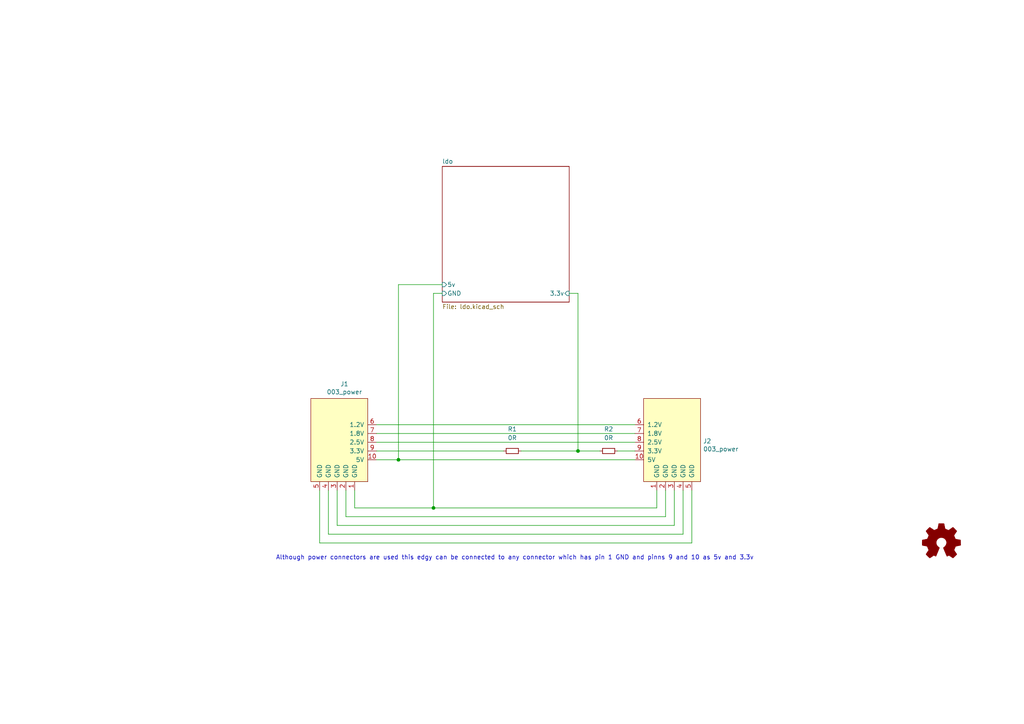
<source format=kicad_sch>
(kicad_sch (version 20211123) (generator eeschema)

  (uuid 57732dd3-1162-4c3f-88bd-31bf473d124d)

  (paper "A4")

  (lib_symbols
    (symbol "Device:R_Small" (pin_numbers hide) (pin_names (offset 0.254) hide) (in_bom yes) (on_board yes)
      (property "Reference" "R" (id 0) (at 0.762 0.508 0)
        (effects (font (size 1.27 1.27)) (justify left))
      )
      (property "Value" "R_Small" (id 1) (at 0.762 -1.016 0)
        (effects (font (size 1.27 1.27)) (justify left))
      )
      (property "Footprint" "" (id 2) (at 0 0 0)
        (effects (font (size 1.27 1.27)) hide)
      )
      (property "Datasheet" "~" (id 3) (at 0 0 0)
        (effects (font (size 1.27 1.27)) hide)
      )
      (property "ki_keywords" "R resistor" (id 4) (at 0 0 0)
        (effects (font (size 1.27 1.27)) hide)
      )
      (property "ki_description" "Resistor, small symbol" (id 5) (at 0 0 0)
        (effects (font (size 1.27 1.27)) hide)
      )
      (property "ki_fp_filters" "R_*" (id 6) (at 0 0 0)
        (effects (font (size 1.27 1.27)) hide)
      )
      (symbol "R_Small_0_1"
        (rectangle (start -0.762 1.778) (end 0.762 -1.778)
          (stroke (width 0.2032) (type default) (color 0 0 0 0))
          (fill (type none))
        )
      )
      (symbol "R_Small_1_1"
        (pin passive line (at 0 2.54 270) (length 0.762)
          (name "~" (effects (font (size 1.27 1.27))))
          (number "1" (effects (font (size 1.27 1.27))))
        )
        (pin passive line (at 0 -2.54 90) (length 0.762)
          (name "~" (effects (font (size 1.27 1.27))))
          (number "2" (effects (font (size 1.27 1.27))))
        )
      )
    )
    (symbol "Graphic:Logo_Open_Hardware_Small" (pin_names (offset 1.016)) (in_bom yes) (on_board yes)
      (property "Reference" "#LOGO" (id 0) (at 0 6.985 0)
        (effects (font (size 1.27 1.27)) hide)
      )
      (property "Value" "Logo_Open_Hardware_Small" (id 1) (at 0 -5.715 0)
        (effects (font (size 1.27 1.27)) hide)
      )
      (property "Footprint" "" (id 2) (at 0 0 0)
        (effects (font (size 1.27 1.27)) hide)
      )
      (property "Datasheet" "~" (id 3) (at 0 0 0)
        (effects (font (size 1.27 1.27)) hide)
      )
      (property "ki_keywords" "Logo" (id 4) (at 0 0 0)
        (effects (font (size 1.27 1.27)) hide)
      )
      (property "ki_description" "Open Hardware logo, small" (id 5) (at 0 0 0)
        (effects (font (size 1.27 1.27)) hide)
      )
      (symbol "Logo_Open_Hardware_Small_0_1"
        (polyline
          (pts
            (xy 3.3528 -4.3434)
            (xy 3.302 -4.318)
            (xy 3.175 -4.2418)
            (xy 2.9972 -4.1148)
            (xy 2.7686 -3.9624)
            (xy 2.54 -3.81)
            (xy 2.3622 -3.7084)
            (xy 2.2352 -3.6068)
            (xy 2.1844 -3.5814)
            (xy 2.159 -3.6068)
            (xy 2.0574 -3.6576)
            (xy 1.905 -3.7338)
            (xy 1.8034 -3.7846)
            (xy 1.6764 -3.8354)
            (xy 1.6002 -3.8354)
            (xy 1.6002 -3.8354)
            (xy 1.5494 -3.7338)
            (xy 1.4732 -3.5306)
            (xy 1.3462 -3.302)
            (xy 1.2446 -3.0226)
            (xy 1.1176 -2.7178)
            (xy 0.9652 -2.413)
            (xy 0.8636 -2.1082)
            (xy 0.7366 -1.8288)
            (xy 0.6604 -1.6256)
            (xy 0.6096 -1.4732)
            (xy 0.5842 -1.397)
            (xy 0.5842 -1.397)
            (xy 0.6604 -1.3208)
            (xy 0.7874 -1.2446)
            (xy 1.0414 -1.016)
            (xy 1.2954 -0.6858)
            (xy 1.4478 -0.3302)
            (xy 1.524 0.0762)
            (xy 1.4732 0.4572)
            (xy 1.3208 0.8128)
            (xy 1.0668 1.143)
            (xy 0.762 1.3716)
            (xy 0.4064 1.524)
            (xy 0 1.5748)
            (xy -0.381 1.5494)
            (xy -0.7366 1.397)
            (xy -1.0668 1.143)
            (xy -1.2192 0.9906)
            (xy -1.397 0.6604)
            (xy -1.524 0.3048)
            (xy -1.524 0.2286)
            (xy -1.4986 -0.1778)
            (xy -1.397 -0.5334)
            (xy -1.1938 -0.8636)
            (xy -0.9144 -1.143)
            (xy -0.8636 -1.1684)
            (xy -0.7366 -1.27)
            (xy -0.635 -1.3462)
            (xy -0.5842 -1.397)
            (xy -1.0668 -2.5908)
            (xy -1.143 -2.794)
            (xy -1.2954 -3.1242)
            (xy -1.397 -3.4036)
            (xy -1.4986 -3.6322)
            (xy -1.5748 -3.7846)
            (xy -1.6002 -3.8354)
            (xy -1.6002 -3.8354)
            (xy -1.651 -3.8354)
            (xy -1.7272 -3.81)
            (xy -1.905 -3.7338)
            (xy -2.0066 -3.683)
            (xy -2.1336 -3.6068)
            (xy -2.2098 -3.5814)
            (xy -2.2606 -3.6068)
            (xy -2.3622 -3.683)
            (xy -2.54 -3.81)
            (xy -2.7686 -3.9624)
            (xy -2.9718 -4.0894)
            (xy -3.1496 -4.2164)
            (xy -3.302 -4.318)
            (xy -3.3528 -4.3434)
            (xy -3.3782 -4.3434)
            (xy -3.429 -4.318)
            (xy -3.5306 -4.2164)
            (xy -3.7084 -4.064)
            (xy -3.937 -3.8354)
            (xy -3.9624 -3.81)
            (xy -4.1656 -3.6068)
            (xy -4.318 -3.4544)
            (xy -4.4196 -3.3274)
            (xy -4.445 -3.2766)
            (xy -4.445 -3.2766)
            (xy -4.4196 -3.2258)
            (xy -4.318 -3.0734)
            (xy -4.2164 -2.8956)
            (xy -4.064 -2.667)
            (xy -3.6576 -2.0828)
            (xy -3.8862 -1.5494)
            (xy -3.937 -1.3716)
            (xy -4.0386 -1.1684)
            (xy -4.0894 -1.0414)
            (xy -4.1148 -0.9652)
            (xy -4.191 -0.9398)
            (xy -4.318 -0.9144)
            (xy -4.5466 -0.8636)
            (xy -4.8006 -0.8128)
            (xy -5.0546 -0.7874)
            (xy -5.2578 -0.7366)
            (xy -5.4356 -0.7112)
            (xy -5.5118 -0.6858)
            (xy -5.5118 -0.6858)
            (xy -5.5372 -0.635)
            (xy -5.5372 -0.5588)
            (xy -5.5372 -0.4318)
            (xy -5.5626 -0.2286)
            (xy -5.5626 0.0762)
            (xy -5.5626 0.127)
            (xy -5.5372 0.4064)
            (xy -5.5372 0.635)
            (xy -5.5372 0.762)
            (xy -5.5372 0.8382)
            (xy -5.5372 0.8382)
            (xy -5.461 0.8382)
            (xy -5.3086 0.889)
            (xy -5.08 0.9144)
            (xy -4.826 0.9652)
            (xy -4.8006 0.9906)
            (xy -4.5466 1.0414)
            (xy -4.318 1.0668)
            (xy -4.1656 1.1176)
            (xy -4.0894 1.143)
            (xy -4.0894 1.143)
            (xy -4.0386 1.2446)
            (xy -3.9624 1.4224)
            (xy -3.8608 1.6256)
            (xy -3.7846 1.8288)
            (xy -3.7084 2.0066)
            (xy -3.6576 2.159)
            (xy -3.6322 2.2098)
            (xy -3.6322 2.2098)
            (xy -3.683 2.286)
            (xy -3.7592 2.413)
            (xy -3.8862 2.5908)
            (xy -4.064 2.8194)
            (xy -4.064 2.8448)
            (xy -4.2164 3.0734)
            (xy -4.3434 3.2512)
            (xy -4.4196 3.3782)
            (xy -4.445 3.4544)
            (xy -4.445 3.4544)
            (xy -4.3942 3.5052)
            (xy -4.2926 3.6322)
            (xy -4.1148 3.81)
            (xy -3.937 4.0132)
            (xy -3.8608 4.064)
            (xy -3.6576 4.2926)
            (xy -3.5052 4.4196)
            (xy -3.4036 4.4958)
            (xy -3.3528 4.5212)
            (xy -3.3528 4.5212)
            (xy -3.302 4.4704)
            (xy -3.1496 4.3688)
            (xy -2.9718 4.2418)
            (xy -2.7432 4.0894)
            (xy -2.7178 4.0894)
            (xy -2.4892 3.937)
            (xy -2.3114 3.81)
            (xy -2.1844 3.7084)
            (xy -2.1336 3.683)
            (xy -2.1082 3.683)
            (xy -2.032 3.7084)
            (xy -1.8542 3.7592)
            (xy -1.6764 3.8354)
            (xy -1.4732 3.937)
            (xy -1.27 4.0132)
            (xy -1.143 4.064)
            (xy -1.0668 4.1148)
            (xy -1.0668 4.1148)
            (xy -1.0414 4.191)
            (xy -1.016 4.3434)
            (xy -0.9652 4.572)
            (xy -0.9144 4.8514)
            (xy -0.889 4.9022)
            (xy -0.8382 5.1562)
            (xy -0.8128 5.3848)
            (xy -0.7874 5.5372)
            (xy -0.762 5.588)
            (xy -0.7112 5.6134)
            (xy -0.5842 5.6134)
            (xy -0.4064 5.6134)
            (xy -0.1524 5.6134)
            (xy 0.0762 5.6134)
            (xy 0.3302 5.6134)
            (xy 0.5334 5.6134)
            (xy 0.6858 5.588)
            (xy 0.7366 5.588)
            (xy 0.7366 5.588)
            (xy 0.762 5.5118)
            (xy 0.8128 5.334)
            (xy 0.8382 5.1054)
            (xy 0.9144 4.826)
            (xy 0.9144 4.7752)
            (xy 0.9652 4.5212)
            (xy 1.016 4.2926)
            (xy 1.0414 4.1402)
            (xy 1.0668 4.0894)
            (xy 1.0668 4.0894)
            (xy 1.1938 4.0386)
            (xy 1.3716 3.9624)
            (xy 1.5748 3.8608)
            (xy 2.0828 3.6576)
            (xy 2.7178 4.0894)
            (xy 2.7686 4.1402)
            (xy 2.9972 4.2926)
            (xy 3.175 4.4196)
            (xy 3.302 4.4958)
            (xy 3.3782 4.5212)
            (xy 3.3782 4.5212)
            (xy 3.429 4.4704)
            (xy 3.556 4.3434)
            (xy 3.7338 4.191)
            (xy 3.9116 3.9878)
            (xy 4.064 3.8354)
            (xy 4.2418 3.6576)
            (xy 4.3434 3.556)
            (xy 4.4196 3.4798)
            (xy 4.4196 3.429)
            (xy 4.4196 3.4036)
            (xy 4.3942 3.3274)
            (xy 4.2926 3.2004)
            (xy 4.1656 2.9972)
            (xy 4.0132 2.794)
            (xy 3.8862 2.5908)
            (xy 3.7592 2.3876)
            (xy 3.6576 2.2352)
            (xy 3.6322 2.159)
            (xy 3.6322 2.1336)
            (xy 3.683 2.0066)
            (xy 3.7592 1.8288)
            (xy 3.8608 1.6002)
            (xy 4.064 1.1176)
            (xy 4.3942 1.0414)
            (xy 4.5974 1.016)
            (xy 4.8768 0.9652)
            (xy 5.1308 0.9144)
            (xy 5.5372 0.8382)
            (xy 5.5626 -0.6604)
            (xy 5.4864 -0.6858)
            (xy 5.4356 -0.6858)
            (xy 5.2832 -0.7366)
            (xy 5.0546 -0.762)
            (xy 4.8006 -0.8128)
            (xy 4.5974 -0.8636)
            (xy 4.3688 -0.9144)
            (xy 4.2164 -0.9398)
            (xy 4.1402 -0.9398)
            (xy 4.1148 -0.9652)
            (xy 4.064 -1.0668)
            (xy 3.9878 -1.2446)
            (xy 3.9116 -1.4478)
            (xy 3.81 -1.651)
            (xy 3.7338 -1.8542)
            (xy 3.683 -2.0066)
            (xy 3.6576 -2.0828)
            (xy 3.683 -2.1336)
            (xy 3.7846 -2.2606)
            (xy 3.8862 -2.4638)
            (xy 4.0386 -2.667)
            (xy 4.191 -2.8956)
            (xy 4.318 -3.0734)
            (xy 4.3942 -3.2004)
            (xy 4.445 -3.2766)
            (xy 4.4196 -3.3274)
            (xy 4.3434 -3.429)
            (xy 4.1656 -3.5814)
            (xy 3.937 -3.8354)
            (xy 3.8862 -3.8608)
            (xy 3.683 -4.064)
            (xy 3.5306 -4.2164)
            (xy 3.4036 -4.318)
            (xy 3.3528 -4.3434)
          )
          (stroke (width 0) (type default) (color 0 0 0 0))
          (fill (type outline))
        )
      )
    )
    (symbol "put_on_edge:003_power" (pin_names (offset 1.016)) (in_bom yes) (on_board yes)
      (property "Reference" "J" (id 0) (at -2.54 13.97 0)
        (effects (font (size 1.27 1.27)))
      )
      (property "Value" "003_power" (id 1) (at 8.89 13.97 0)
        (effects (font (size 1.27 1.27)))
      )
      (property "Footprint" "" (id 2) (at 7.62 16.51 0)
        (effects (font (size 1.27 1.27)) hide)
      )
      (property "Datasheet" "" (id 3) (at 7.62 16.51 0)
        (effects (font (size 1.27 1.27)) hide)
      )
      (symbol "003_power_0_1"
        (rectangle (start -8.89 12.7) (end 7.62 -11.43)
          (stroke (width 0) (type default) (color 0 0 0 0))
          (fill (type background))
        )
      )
      (symbol "003_power_1_1"
        (pin power_in line (at -5.08 -13.97 90) (length 2.54)
          (name "GND" (effects (font (size 1.27 1.27))))
          (number "1" (effects (font (size 1.27 1.27))))
        )
        (pin power_out line (at -11.43 -5.08 0) (length 2.54)
          (name "5V" (effects (font (size 1.27 1.27))))
          (number "10" (effects (font (size 1.27 1.27))))
        )
        (pin power_in line (at -2.54 -13.97 90) (length 2.54)
          (name "GND" (effects (font (size 1.27 1.27))))
          (number "2" (effects (font (size 1.27 1.27))))
        )
        (pin power_in line (at 0 -13.97 90) (length 2.54)
          (name "GND" (effects (font (size 1.27 1.27))))
          (number "3" (effects (font (size 1.27 1.27))))
        )
        (pin power_in line (at 2.54 -13.97 90) (length 2.54)
          (name "GND" (effects (font (size 1.27 1.27))))
          (number "4" (effects (font (size 1.27 1.27))))
        )
        (pin power_in line (at 5.08 -13.97 90) (length 2.54)
          (name "GND" (effects (font (size 1.27 1.27))))
          (number "5" (effects (font (size 1.27 1.27))))
        )
        (pin power_out line (at -11.43 5.08 0) (length 2.54)
          (name "1.2V" (effects (font (size 1.27 1.27))))
          (number "6" (effects (font (size 1.27 1.27))))
        )
        (pin power_out line (at -11.43 2.54 0) (length 2.54)
          (name "1.8V" (effects (font (size 1.27 1.27))))
          (number "7" (effects (font (size 1.27 1.27))))
        )
        (pin power_out line (at -11.43 0 0) (length 2.54)
          (name "2.5V" (effects (font (size 1.27 1.27))))
          (number "8" (effects (font (size 1.27 1.27))))
        )
        (pin power_out line (at -11.43 -2.54 0) (length 2.54)
          (name "3.3V" (effects (font (size 1.27 1.27))))
          (number "9" (effects (font (size 1.27 1.27))))
        )
      )
    )
  )

  (junction (at 167.64 130.81) (diameter 0) (color 0 0 0 0)
    (uuid 014a606c-c11c-427c-84a2-b86d57759dcf)
  )
  (junction (at 125.73 147.32) (diameter 0) (color 0 0 0 0)
    (uuid 34f5104d-a17a-4e9b-8571-cbeea9ebc4ed)
  )
  (junction (at 115.57 133.35) (diameter 0) (color 0 0 0 0)
    (uuid df74b889-e45f-4d24-af0b-faed2f3f688e)
  )

  (wire (pts (xy 179.07 130.81) (xy 184.15 130.81))
    (stroke (width 0) (type default) (color 0 0 0 0))
    (uuid 12388e51-9281-465d-ac78-e9ffc4abe233)
  )
  (wire (pts (xy 95.25 154.94) (xy 198.12 154.94))
    (stroke (width 0) (type default) (color 0 0 0 0))
    (uuid 14c4dca9-7cc2-4527-a986-5551d1e749a3)
  )
  (wire (pts (xy 125.73 85.09) (xy 125.73 147.32))
    (stroke (width 0) (type default) (color 0 0 0 0))
    (uuid 15772e09-b2bf-4fc8-ac3f-d1cf8065c13e)
  )
  (wire (pts (xy 151.13 130.81) (xy 167.64 130.81))
    (stroke (width 0) (type default) (color 0 0 0 0))
    (uuid 2f3ce5f0-678b-42ce-a149-4decb7130e41)
  )
  (wire (pts (xy 125.73 147.32) (xy 190.5 147.32))
    (stroke (width 0) (type default) (color 0 0 0 0))
    (uuid 3593d4b7-5a7c-4f4b-9629-5ba358d311e2)
  )
  (wire (pts (xy 109.22 123.19) (xy 184.15 123.19))
    (stroke (width 0) (type default) (color 0 0 0 0))
    (uuid 4a002476-4bbb-41ba-9bc2-ddbe565b16c1)
  )
  (wire (pts (xy 190.5 147.32) (xy 190.5 142.24))
    (stroke (width 0) (type default) (color 0 0 0 0))
    (uuid 50b9ce0c-3fcc-4a44-83c8-305448760f6b)
  )
  (wire (pts (xy 167.64 85.09) (xy 167.64 130.81))
    (stroke (width 0) (type default) (color 0 0 0 0))
    (uuid 548a3fb3-be18-4ace-ad2b-2d1e5ab34552)
  )
  (wire (pts (xy 115.57 133.35) (xy 184.15 133.35))
    (stroke (width 0) (type default) (color 0 0 0 0))
    (uuid 57bdc2d9-36fa-4a59-8d05-a6be6cee9c93)
  )
  (wire (pts (xy 97.79 152.4) (xy 97.79 142.24))
    (stroke (width 0) (type default) (color 0 0 0 0))
    (uuid 5d4029c0-ebc8-486e-b799-f15bbf1f4a90)
  )
  (wire (pts (xy 115.57 82.55) (xy 115.57 133.35))
    (stroke (width 0) (type default) (color 0 0 0 0))
    (uuid 5eb6f774-d461-4c2a-843c-4c8851f48ebc)
  )
  (wire (pts (xy 167.64 130.81) (xy 173.99 130.81))
    (stroke (width 0) (type default) (color 0 0 0 0))
    (uuid 6e4c0c2b-248b-40d5-9cf9-52b912d6e66a)
  )
  (wire (pts (xy 198.12 154.94) (xy 198.12 142.24))
    (stroke (width 0) (type default) (color 0 0 0 0))
    (uuid 7ccaf137-1174-4cd4-ba45-a57448dd916a)
  )
  (wire (pts (xy 95.25 142.24) (xy 95.25 154.94))
    (stroke (width 0) (type default) (color 0 0 0 0))
    (uuid 893c1ccf-86ff-411f-b261-ebd7d3095de2)
  )
  (wire (pts (xy 109.22 130.81) (xy 146.05 130.81))
    (stroke (width 0) (type default) (color 0 0 0 0))
    (uuid 8f35f678-39e1-4090-9d24-34de43be9332)
  )
  (wire (pts (xy 102.87 142.24) (xy 102.87 147.32))
    (stroke (width 0) (type default) (color 0 0 0 0))
    (uuid 972bc85b-bb33-424a-94fb-4625058602d2)
  )
  (wire (pts (xy 109.22 125.73) (xy 184.15 125.73))
    (stroke (width 0) (type default) (color 0 0 0 0))
    (uuid 97870e0c-2807-41a1-ac46-08cf97c5776f)
  )
  (wire (pts (xy 100.33 149.86) (xy 193.04 149.86))
    (stroke (width 0) (type default) (color 0 0 0 0))
    (uuid 98521d1b-729f-4ae8-8961-cab6cf58b802)
  )
  (wire (pts (xy 92.71 157.48) (xy 92.71 142.24))
    (stroke (width 0) (type default) (color 0 0 0 0))
    (uuid b491522a-1618-4d29-b6c0-bbd3cadecf1a)
  )
  (wire (pts (xy 109.22 133.35) (xy 115.57 133.35))
    (stroke (width 0) (type default) (color 0 0 0 0))
    (uuid bfa2cf32-6fa7-427a-a858-5cc22e271f0e)
  )
  (wire (pts (xy 102.87 147.32) (xy 125.73 147.32))
    (stroke (width 0) (type default) (color 0 0 0 0))
    (uuid c2ab8f9e-799f-4e12-a8d0-7db08c7baaf7)
  )
  (wire (pts (xy 165.1 85.09) (xy 167.64 85.09))
    (stroke (width 0) (type default) (color 0 0 0 0))
    (uuid c9056ff0-849a-4750-85c6-28c74a7e5bda)
  )
  (wire (pts (xy 195.58 142.24) (xy 195.58 152.4))
    (stroke (width 0) (type default) (color 0 0 0 0))
    (uuid ce87d305-e8da-4779-9a56-aa5fcae3ccda)
  )
  (wire (pts (xy 100.33 142.24) (xy 100.33 149.86))
    (stroke (width 0) (type default) (color 0 0 0 0))
    (uuid ceca48db-d9f7-42dd-a2ff-d27ceaab0ce1)
  )
  (wire (pts (xy 200.66 157.48) (xy 92.71 157.48))
    (stroke (width 0) (type default) (color 0 0 0 0))
    (uuid d1ac573e-0a94-4911-b32c-dd0a86b5df88)
  )
  (wire (pts (xy 128.27 82.55) (xy 115.57 82.55))
    (stroke (width 0) (type default) (color 0 0 0 0))
    (uuid e72a8100-6d98-4bb0-85af-2c5b9db0d995)
  )
  (wire (pts (xy 195.58 152.4) (xy 97.79 152.4))
    (stroke (width 0) (type default) (color 0 0 0 0))
    (uuid f16ce75a-dd91-4a0c-b4fb-aa350a5509d5)
  )
  (wire (pts (xy 193.04 149.86) (xy 193.04 142.24))
    (stroke (width 0) (type default) (color 0 0 0 0))
    (uuid f4116f52-0cc0-4d3f-a6a5-f66f637de4d6)
  )
  (wire (pts (xy 128.27 85.09) (xy 125.73 85.09))
    (stroke (width 0) (type default) (color 0 0 0 0))
    (uuid fd94bd88-b283-4404-aa54-4f4c9f76acc7)
  )
  (wire (pts (xy 200.66 142.24) (xy 200.66 157.48))
    (stroke (width 0) (type default) (color 0 0 0 0))
    (uuid fecdb13e-ed53-44c0-b115-60d78622fdfb)
  )
  (wire (pts (xy 109.22 128.27) (xy 184.15 128.27))
    (stroke (width 0) (type default) (color 0 0 0 0))
    (uuid ff029451-3008-4e4b-95ff-b64476149190)
  )

  (text "Although power connectors are used this edgy can be connected to any connector which has pin 1 GND and pinns 9 and 10 as 5v and 3.3v"
    (at 80.01 162.56 0)
    (effects (font (size 1.27 1.27)) (justify left bottom))
    (uuid 5e220d9f-2428-424e-8383-db64169b78a5)
  )

  (symbol (lib_id "put_on_edge:003_power") (at 97.79 128.27 0) (mirror y) (unit 1)
    (in_bom yes) (on_board yes)
    (uuid 772494d9-828e-42c5-9167-72dce9f6c228)
    (property "Reference" "J1" (id 0) (at 99.8982 111.379 0))
    (property "Value" "003_power" (id 1) (at 99.8982 113.6904 0))
    (property "Footprint" "on_edge:on_edge_2x05_device" (id 2) (at 90.17 111.76 0)
      (effects (font (size 1.27 1.27)) hide)
    )
    (property "Datasheet" "" (id 3) (at 90.17 111.76 0)
      (effects (font (size 1.27 1.27)) hide)
    )
    (pin "1" (uuid 6c15c92e-1c52-4424-bd3a-1e1351bc4dca))
    (pin "10" (uuid 006a7495-bab7-4830-b7b2-aa56451e8ee5))
    (pin "2" (uuid fe1bff48-4248-4298-a8ff-bc6ffd96e7fd))
    (pin "3" (uuid c0ad53d4-c3a4-497a-9bb0-01cabdbfc6fa))
    (pin "4" (uuid 4dfc03d1-ea8a-40ce-aa27-f5afa786a21e))
    (pin "5" (uuid 718e0970-6a7c-40a3-82ee-339a1ce927af))
    (pin "6" (uuid 4c06e33a-666f-4cec-8653-8595fe3d6566))
    (pin "7" (uuid c1e7b584-74b5-4834-956b-b174e9464eac))
    (pin "8" (uuid a85d999d-ebb6-4d44-84c5-ec6a838b47b9))
    (pin "9" (uuid 13930601-6094-4664-b23a-d310b9605fbd))
  )

  (symbol (lib_id "Device:R_Small") (at 176.53 130.81 90) (unit 1)
    (in_bom yes) (on_board yes) (fields_autoplaced)
    (uuid 92ae8d01-1978-4392-bfed-2880750da076)
    (property "Reference" "R2" (id 0) (at 176.53 124.46 90))
    (property "Value" "0R" (id 1) (at 176.53 127 90))
    (property "Footprint" "Resistor_SMD:R_0603_1608Metric" (id 2) (at 176.53 130.81 0)
      (effects (font (size 1.27 1.27)) hide)
    )
    (property "Datasheet" "~" (id 3) (at 176.53 130.81 0)
      (effects (font (size 1.27 1.27)) hide)
    )
    (pin "1" (uuid a374f3fa-b20a-46bb-80cc-d781aa9a20c6))
    (pin "2" (uuid 6ea232cb-9809-4b77-955e-dfcc967cb262))
  )

  (symbol (lib_id "put_on_edge:003_power") (at 195.58 128.27 0) (unit 1)
    (in_bom yes) (on_board yes)
    (uuid abb769b5-66a4-4327-bef9-e53be3e8fbb3)
    (property "Reference" "J2" (id 0) (at 203.9112 127.9398 0)
      (effects (font (size 1.27 1.27)) (justify left))
    )
    (property "Value" "003_power" (id 1) (at 203.9112 130.2512 0)
      (effects (font (size 1.27 1.27)) (justify left))
    )
    (property "Footprint" "on_edge:on_edge_2x05_host" (id 2) (at 203.2 111.76 0)
      (effects (font (size 1.27 1.27)) hide)
    )
    (property "Datasheet" "" (id 3) (at 203.2 111.76 0)
      (effects (font (size 1.27 1.27)) hide)
    )
    (pin "1" (uuid cc0da905-9cc9-4c2e-8693-832068ba4c37))
    (pin "10" (uuid cff08af5-1d05-4cd9-bcfb-fdd5cc3b3ab1))
    (pin "2" (uuid 74fb38ed-b4bc-4f9f-97c1-3468817beef6))
    (pin "3" (uuid 1d3adb4c-63c9-42db-9d07-b0eb165b7c1f))
    (pin "4" (uuid ded0493d-72eb-4315-b4c6-1e8b22cdc4dc))
    (pin "5" (uuid e47ea157-d750-4361-bd1e-f9868e13fd1b))
    (pin "6" (uuid e428d3cb-645b-45d2-aad0-54b3ba8d0033))
    (pin "7" (uuid 42e9fc7a-d161-420b-b830-f8f2a65f9bd8))
    (pin "8" (uuid f2b5dc4b-dda1-4ef4-8139-52e98f1944b2))
    (pin "9" (uuid be0f5d5b-e4dc-46fb-860a-d62ae7ddc663))
  )

  (symbol (lib_id "Graphic:Logo_Open_Hardware_Small") (at 273.05 157.48 0) (unit 1)
    (in_bom yes) (on_board yes) (fields_autoplaced)
    (uuid b72b6f4a-7489-40f2-bb90-d75ae01aa368)
    (property "Reference" "LOGO1" (id 0) (at 273.05 150.495 0)
      (effects (font (size 1.27 1.27)) hide)
    )
    (property "Value" "Logo_Open_Hardware_Small" (id 1) (at 273.05 163.195 0)
      (effects (font (size 1.27 1.27)) hide)
    )
    (property "Footprint" "Symbol:OSHW-Symbol_6.7x6mm_SilkScreen" (id 2) (at 273.05 157.48 0)
      (effects (font (size 1.27 1.27)) hide)
    )
    (property "Datasheet" "~" (id 3) (at 273.05 157.48 0)
      (effects (font (size 1.27 1.27)) hide)
    )
  )

  (symbol (lib_id "Device:R_Small") (at 148.59 130.81 90) (unit 1)
    (in_bom yes) (on_board yes) (fields_autoplaced)
    (uuid e18dc31f-35b1-4375-bab5-b0e8b60eedea)
    (property "Reference" "R1" (id 0) (at 148.59 124.46 90))
    (property "Value" "0R" (id 1) (at 148.59 127 90))
    (property "Footprint" "Resistor_SMD:R_0603_1608Metric" (id 2) (at 148.59 130.81 0)
      (effects (font (size 1.27 1.27)) hide)
    )
    (property "Datasheet" "~" (id 3) (at 148.59 130.81 0)
      (effects (font (size 1.27 1.27)) hide)
    )
    (pin "1" (uuid 2dc3e9fa-7dda-48b9-8d62-9e7a48ec57b3))
    (pin "2" (uuid b1e478b5-046f-4138-92b4-12a7f60b0426))
  )

  (sheet (at 128.27 48.26) (size 36.83 39.37) (fields_autoplaced)
    (stroke (width 0.1524) (type solid) (color 0 0 0 0))
    (fill (color 0 0 0 0.0000))
    (uuid 767ce4c6-0e55-4543-92f0-34cb8237a544)
    (property "Sheet name" "ldo" (id 0) (at 128.27 47.5484 0)
      (effects (font (size 1.27 1.27)) (justify left bottom))
    )
    (property "Sheet file" "ldo.kicad_sch" (id 1) (at 128.27 88.2146 0)
      (effects (font (size 1.27 1.27)) (justify left top))
    )
    (pin "3.3v" input (at 165.1 85.09 0)
      (effects (font (size 1.27 1.27)) (justify right))
      (uuid 3a103c1e-13aa-4efd-978c-930cea4a7fc3)
    )
    (pin "GND" input (at 128.27 85.09 180)
      (effects (font (size 1.27 1.27)) (justify left))
      (uuid 80b93509-0f20-46b8-a2fa-ad1d2b28245b)
    )
    (pin "5v" input (at 128.27 82.55 180)
      (effects (font (size 1.27 1.27)) (justify left))
      (uuid ec3a4e5f-16ec-4f1a-a49d-a947fe2777ab)
    )
  )

  (sheet_instances
    (path "/" (page "1"))
    (path "/767ce4c6-0e55-4543-92f0-34cb8237a544" (page "2"))
  )

  (symbol_instances
    (path "/767ce4c6-0e55-4543-92f0-34cb8237a544/6bb5ca5c-7415-42a9-985b-09c137966385"
      (reference "C1") (unit 1) (value "100nF") (footprint "Capacitor_SMD:C_0603_1608Metric")
    )
    (path "/767ce4c6-0e55-4543-92f0-34cb8237a544/bf4bdb44-1ce9-4d84-9dc1-aaed43a588f1"
      (reference "C2") (unit 1) (value "1uF") (footprint "Capacitor_SMD:C_0603_1608Metric")
    )
    (path "/767ce4c6-0e55-4543-92f0-34cb8237a544/dd34b7a6-8448-4c7f-81f6-a8e49de64a92"
      (reference "C3") (unit 1) (value "10uF") (footprint "Capacitor_SMD:C_0603_1608Metric")
    )
    (path "/767ce4c6-0e55-4543-92f0-34cb8237a544/196d1b70-9b37-46c7-aa9e-b41abaaa8c23"
      (reference "C4") (unit 1) (value "1uF") (footprint "Capacitor_SMD:C_0603_1608Metric")
    )
    (path "/772494d9-828e-42c5-9167-72dce9f6c228"
      (reference "J1") (unit 1) (value "003_power") (footprint "on_edge:on_edge_2x05_device")
    )
    (path "/abb769b5-66a4-4327-bef9-e53be3e8fbb3"
      (reference "J2") (unit 1) (value "003_power") (footprint "on_edge:on_edge_2x05_host")
    )
    (path "/767ce4c6-0e55-4543-92f0-34cb8237a544/877a5628-4a00-44b0-bd28-38bebda3fb0a"
      (reference "J3") (unit 1) (value "Conn_01x03_Male") (footprint "Connector_PinHeader_2.54mm:PinHeader_1x03_P2.54mm_Vertical")
    )
    (path "/b72b6f4a-7489-40f2-bb90-d75ae01aa368"
      (reference "LOGO1") (unit 1) (value "Logo_Open_Hardware_Small") (footprint "Symbol:OSHW-Symbol_6.7x6mm_SilkScreen")
    )
    (path "/e18dc31f-35b1-4375-bab5-b0e8b60eedea"
      (reference "R1") (unit 1) (value "0R") (footprint "Resistor_SMD:R_0603_1608Metric")
    )
    (path "/92ae8d01-1978-4392-bfed-2880750da076"
      (reference "R2") (unit 1) (value "0R") (footprint "Resistor_SMD:R_0603_1608Metric")
    )
    (path "/767ce4c6-0e55-4543-92f0-34cb8237a544/673b772a-b7c6-480f-97cf-a61f161efbae"
      (reference "U1") (unit 1) (value "TLV743P") (footprint "Package_TO_SOT_SMD:SOT-23-5")
    )
  )
)

</source>
